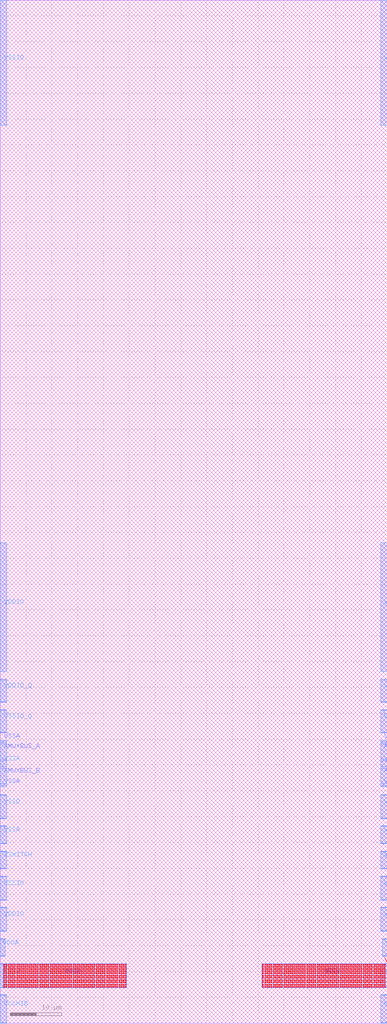
<source format=lef>
# Copyright 2020 The SkyWater PDK Authors
#
# Licensed under the Apache License, Version 2.0 (the "License");
# you may not use this file except in compliance with the License.
# You may obtain a copy of the License at
#
#     https://www.apache.org/licenses/LICENSE-2.0
#
# Unless required by applicable law or agreed to in writing, software
# distributed under the License is distributed on an "AS IS" BASIS,
# WITHOUT WARRANTIES OR CONDITIONS OF ANY KIND, either express or implied.
# See the License for the specific language governing permissions and
# limitations under the License.
#
# SPDX-License-Identifier: Apache-2.0

VERSION 5.5 ;
NAMESCASESENSITIVE ON ;
BUSBITCHARS "[]" ;
DIVIDERCHAR "/" ;
MACRO sky130_fd_io__overlay_vccd_lvc
  CLASS BLOCK ;
  SOURCE USER ;
  ORIGIN  0.000000  0.000000 ;
  SIZE 75 BY 198 ;
  SYMMETRY X Y R90 ;
  PIN AMUXBUS_A
    DIRECTION INOUT ;
    USE SIGNAL ;
    PORT
      LAYER met4 ;
        RECT 0.000000 51.125000 1.270000 54.105000 ;
    END
    PORT
      LAYER met4 ;
        RECT 73.730000 51.125000 75.000000 54.105000 ;
    END
  END AMUXBUS_A
  PIN AMUXBUS_B
    DIRECTION INOUT ;
    USE SIGNAL ;
    PORT
      LAYER met4 ;
        RECT 0.000000 46.365000 1.270000 49.345000 ;
    END
    PORT
      LAYER met4 ;
        RECT 73.730000 46.365000 75.000000 49.345000 ;
    END
  END AMUXBUS_B
  PIN VCCD
    DIRECTION INOUT ;
    USE POWER ;
    PORT
      LAYER met3 ;
        RECT 0.600000 6.890000 24.500000 11.530000 ;
    END
    PORT
      LAYER met3 ;
        RECT 50.755000 6.890000 74.655000 11.530000 ;
    END
    PORT
      LAYER met4 ;
        RECT 0.000000 6.885000 24.475000 11.535000 ;
    END
    PORT
      LAYER met4 ;
        RECT 50.780000 6.885000 75.000000 11.535000 ;
    END
    PORT
      LAYER met5 ;
        RECT 0.000000 6.985000 1.270000 11.435000 ;
    END
    PORT
      LAYER met5 ;
        RECT 73.730000 6.985000 75.000000 11.435000 ;
    END
    PORT
      LAYER via3 ;
        RECT  0.690000  6.960000  0.890000  7.160000 ;
        RECT  0.690000  7.390000  0.890000  7.590000 ;
        RECT  0.690000  7.820000  0.890000  8.020000 ;
        RECT  0.690000  8.250000  0.890000  8.450000 ;
        RECT  0.690000  8.680000  0.890000  8.880000 ;
        RECT  0.690000  9.110000  0.890000  9.310000 ;
        RECT  0.690000  9.540000  0.890000  9.740000 ;
        RECT  0.690000  9.970000  0.890000 10.170000 ;
        RECT  0.690000 10.400000  0.890000 10.600000 ;
        RECT  0.690000 10.830000  0.890000 11.030000 ;
        RECT  0.690000 11.260000  0.890000 11.460000 ;
        RECT  1.100000  6.960000  1.300000  7.160000 ;
        RECT  1.100000  7.390000  1.300000  7.590000 ;
        RECT  1.100000  7.820000  1.300000  8.020000 ;
        RECT  1.100000  8.250000  1.300000  8.450000 ;
        RECT  1.100000  8.680000  1.300000  8.880000 ;
        RECT  1.100000  9.110000  1.300000  9.310000 ;
        RECT  1.100000  9.540000  1.300000  9.740000 ;
        RECT  1.100000  9.970000  1.300000 10.170000 ;
        RECT  1.100000 10.400000  1.300000 10.600000 ;
        RECT  1.100000 10.830000  1.300000 11.030000 ;
        RECT  1.100000 11.260000  1.300000 11.460000 ;
        RECT  1.510000  6.960000  1.710000  7.160000 ;
        RECT  1.510000  7.390000  1.710000  7.590000 ;
        RECT  1.510000  7.820000  1.710000  8.020000 ;
        RECT  1.510000  8.250000  1.710000  8.450000 ;
        RECT  1.510000  8.680000  1.710000  8.880000 ;
        RECT  1.510000  9.110000  1.710000  9.310000 ;
        RECT  1.510000  9.540000  1.710000  9.740000 ;
        RECT  1.510000  9.970000  1.710000 10.170000 ;
        RECT  1.510000 10.400000  1.710000 10.600000 ;
        RECT  1.510000 10.830000  1.710000 11.030000 ;
        RECT  1.510000 11.260000  1.710000 11.460000 ;
        RECT  1.920000  6.960000  2.120000  7.160000 ;
        RECT  1.920000  7.390000  2.120000  7.590000 ;
        RECT  1.920000  7.820000  2.120000  8.020000 ;
        RECT  1.920000  8.250000  2.120000  8.450000 ;
        RECT  1.920000  8.680000  2.120000  8.880000 ;
        RECT  1.920000  9.110000  2.120000  9.310000 ;
        RECT  1.920000  9.540000  2.120000  9.740000 ;
        RECT  1.920000  9.970000  2.120000 10.170000 ;
        RECT  1.920000 10.400000  2.120000 10.600000 ;
        RECT  1.920000 10.830000  2.120000 11.030000 ;
        RECT  1.920000 11.260000  2.120000 11.460000 ;
        RECT  2.330000  6.960000  2.530000  7.160000 ;
        RECT  2.330000  7.390000  2.530000  7.590000 ;
        RECT  2.330000  7.820000  2.530000  8.020000 ;
        RECT  2.330000  8.250000  2.530000  8.450000 ;
        RECT  2.330000  8.680000  2.530000  8.880000 ;
        RECT  2.330000  9.110000  2.530000  9.310000 ;
        RECT  2.330000  9.540000  2.530000  9.740000 ;
        RECT  2.330000  9.970000  2.530000 10.170000 ;
        RECT  2.330000 10.400000  2.530000 10.600000 ;
        RECT  2.330000 10.830000  2.530000 11.030000 ;
        RECT  2.330000 11.260000  2.530000 11.460000 ;
        RECT  2.740000  6.960000  2.940000  7.160000 ;
        RECT  2.740000  7.390000  2.940000  7.590000 ;
        RECT  2.740000  7.820000  2.940000  8.020000 ;
        RECT  2.740000  8.250000  2.940000  8.450000 ;
        RECT  2.740000  8.680000  2.940000  8.880000 ;
        RECT  2.740000  9.110000  2.940000  9.310000 ;
        RECT  2.740000  9.540000  2.940000  9.740000 ;
        RECT  2.740000  9.970000  2.940000 10.170000 ;
        RECT  2.740000 10.400000  2.940000 10.600000 ;
        RECT  2.740000 10.830000  2.940000 11.030000 ;
        RECT  2.740000 11.260000  2.940000 11.460000 ;
        RECT  3.150000  6.960000  3.350000  7.160000 ;
        RECT  3.150000  7.390000  3.350000  7.590000 ;
        RECT  3.150000  7.820000  3.350000  8.020000 ;
        RECT  3.150000  8.250000  3.350000  8.450000 ;
        RECT  3.150000  8.680000  3.350000  8.880000 ;
        RECT  3.150000  9.110000  3.350000  9.310000 ;
        RECT  3.150000  9.540000  3.350000  9.740000 ;
        RECT  3.150000  9.970000  3.350000 10.170000 ;
        RECT  3.150000 10.400000  3.350000 10.600000 ;
        RECT  3.150000 10.830000  3.350000 11.030000 ;
        RECT  3.150000 11.260000  3.350000 11.460000 ;
        RECT  3.555000  6.960000  3.755000  7.160000 ;
        RECT  3.555000  7.390000  3.755000  7.590000 ;
        RECT  3.555000  7.820000  3.755000  8.020000 ;
        RECT  3.555000  8.250000  3.755000  8.450000 ;
        RECT  3.555000  8.680000  3.755000  8.880000 ;
        RECT  3.555000  9.110000  3.755000  9.310000 ;
        RECT  3.555000  9.540000  3.755000  9.740000 ;
        RECT  3.555000  9.970000  3.755000 10.170000 ;
        RECT  3.555000 10.400000  3.755000 10.600000 ;
        RECT  3.555000 10.830000  3.755000 11.030000 ;
        RECT  3.555000 11.260000  3.755000 11.460000 ;
        RECT  3.960000  6.960000  4.160000  7.160000 ;
        RECT  3.960000  7.390000  4.160000  7.590000 ;
        RECT  3.960000  7.820000  4.160000  8.020000 ;
        RECT  3.960000  8.250000  4.160000  8.450000 ;
        RECT  3.960000  8.680000  4.160000  8.880000 ;
        RECT  3.960000  9.110000  4.160000  9.310000 ;
        RECT  3.960000  9.540000  4.160000  9.740000 ;
        RECT  3.960000  9.970000  4.160000 10.170000 ;
        RECT  3.960000 10.400000  4.160000 10.600000 ;
        RECT  3.960000 10.830000  4.160000 11.030000 ;
        RECT  3.960000 11.260000  4.160000 11.460000 ;
        RECT  4.365000  6.960000  4.565000  7.160000 ;
        RECT  4.365000  7.390000  4.565000  7.590000 ;
        RECT  4.365000  7.820000  4.565000  8.020000 ;
        RECT  4.365000  8.250000  4.565000  8.450000 ;
        RECT  4.365000  8.680000  4.565000  8.880000 ;
        RECT  4.365000  9.110000  4.565000  9.310000 ;
        RECT  4.365000  9.540000  4.565000  9.740000 ;
        RECT  4.365000  9.970000  4.565000 10.170000 ;
        RECT  4.365000 10.400000  4.565000 10.600000 ;
        RECT  4.365000 10.830000  4.565000 11.030000 ;
        RECT  4.365000 11.260000  4.565000 11.460000 ;
        RECT  4.770000  6.960000  4.970000  7.160000 ;
        RECT  4.770000  7.390000  4.970000  7.590000 ;
        RECT  4.770000  7.820000  4.970000  8.020000 ;
        RECT  4.770000  8.250000  4.970000  8.450000 ;
        RECT  4.770000  8.680000  4.970000  8.880000 ;
        RECT  4.770000  9.110000  4.970000  9.310000 ;
        RECT  4.770000  9.540000  4.970000  9.740000 ;
        RECT  4.770000  9.970000  4.970000 10.170000 ;
        RECT  4.770000 10.400000  4.970000 10.600000 ;
        RECT  4.770000 10.830000  4.970000 11.030000 ;
        RECT  4.770000 11.260000  4.970000 11.460000 ;
        RECT  5.175000  6.960000  5.375000  7.160000 ;
        RECT  5.175000  7.390000  5.375000  7.590000 ;
        RECT  5.175000  7.820000  5.375000  8.020000 ;
        RECT  5.175000  8.250000  5.375000  8.450000 ;
        RECT  5.175000  8.680000  5.375000  8.880000 ;
        RECT  5.175000  9.110000  5.375000  9.310000 ;
        RECT  5.175000  9.540000  5.375000  9.740000 ;
        RECT  5.175000  9.970000  5.375000 10.170000 ;
        RECT  5.175000 10.400000  5.375000 10.600000 ;
        RECT  5.175000 10.830000  5.375000 11.030000 ;
        RECT  5.175000 11.260000  5.375000 11.460000 ;
        RECT  5.580000  6.960000  5.780000  7.160000 ;
        RECT  5.580000  7.390000  5.780000  7.590000 ;
        RECT  5.580000  7.820000  5.780000  8.020000 ;
        RECT  5.580000  8.250000  5.780000  8.450000 ;
        RECT  5.580000  8.680000  5.780000  8.880000 ;
        RECT  5.580000  9.110000  5.780000  9.310000 ;
        RECT  5.580000  9.540000  5.780000  9.740000 ;
        RECT  5.580000  9.970000  5.780000 10.170000 ;
        RECT  5.580000 10.400000  5.780000 10.600000 ;
        RECT  5.580000 10.830000  5.780000 11.030000 ;
        RECT  5.580000 11.260000  5.780000 11.460000 ;
        RECT  5.985000  6.960000  6.185000  7.160000 ;
        RECT  5.985000  7.390000  6.185000  7.590000 ;
        RECT  5.985000  7.820000  6.185000  8.020000 ;
        RECT  5.985000  8.250000  6.185000  8.450000 ;
        RECT  5.985000  8.680000  6.185000  8.880000 ;
        RECT  5.985000  9.110000  6.185000  9.310000 ;
        RECT  5.985000  9.540000  6.185000  9.740000 ;
        RECT  5.985000  9.970000  6.185000 10.170000 ;
        RECT  5.985000 10.400000  6.185000 10.600000 ;
        RECT  5.985000 10.830000  6.185000 11.030000 ;
        RECT  5.985000 11.260000  6.185000 11.460000 ;
        RECT  6.390000  6.960000  6.590000  7.160000 ;
        RECT  6.390000  7.390000  6.590000  7.590000 ;
        RECT  6.390000  7.820000  6.590000  8.020000 ;
        RECT  6.390000  8.250000  6.590000  8.450000 ;
        RECT  6.390000  8.680000  6.590000  8.880000 ;
        RECT  6.390000  9.110000  6.590000  9.310000 ;
        RECT  6.390000  9.540000  6.590000  9.740000 ;
        RECT  6.390000  9.970000  6.590000 10.170000 ;
        RECT  6.390000 10.400000  6.590000 10.600000 ;
        RECT  6.390000 10.830000  6.590000 11.030000 ;
        RECT  6.390000 11.260000  6.590000 11.460000 ;
        RECT  6.795000  6.960000  6.995000  7.160000 ;
        RECT  6.795000  7.390000  6.995000  7.590000 ;
        RECT  6.795000  7.820000  6.995000  8.020000 ;
        RECT  6.795000  8.250000  6.995000  8.450000 ;
        RECT  6.795000  8.680000  6.995000  8.880000 ;
        RECT  6.795000  9.110000  6.995000  9.310000 ;
        RECT  6.795000  9.540000  6.995000  9.740000 ;
        RECT  6.795000  9.970000  6.995000 10.170000 ;
        RECT  6.795000 10.400000  6.995000 10.600000 ;
        RECT  6.795000 10.830000  6.995000 11.030000 ;
        RECT  6.795000 11.260000  6.995000 11.460000 ;
        RECT  7.200000  6.960000  7.400000  7.160000 ;
        RECT  7.200000  7.390000  7.400000  7.590000 ;
        RECT  7.200000  7.820000  7.400000  8.020000 ;
        RECT  7.200000  8.250000  7.400000  8.450000 ;
        RECT  7.200000  8.680000  7.400000  8.880000 ;
        RECT  7.200000  9.110000  7.400000  9.310000 ;
        RECT  7.200000  9.540000  7.400000  9.740000 ;
        RECT  7.200000  9.970000  7.400000 10.170000 ;
        RECT  7.200000 10.400000  7.400000 10.600000 ;
        RECT  7.200000 10.830000  7.400000 11.030000 ;
        RECT  7.200000 11.260000  7.400000 11.460000 ;
        RECT  7.605000  6.960000  7.805000  7.160000 ;
        RECT  7.605000  7.390000  7.805000  7.590000 ;
        RECT  7.605000  7.820000  7.805000  8.020000 ;
        RECT  7.605000  8.250000  7.805000  8.450000 ;
        RECT  7.605000  8.680000  7.805000  8.880000 ;
        RECT  7.605000  9.110000  7.805000  9.310000 ;
        RECT  7.605000  9.540000  7.805000  9.740000 ;
        RECT  7.605000  9.970000  7.805000 10.170000 ;
        RECT  7.605000 10.400000  7.805000 10.600000 ;
        RECT  7.605000 10.830000  7.805000 11.030000 ;
        RECT  7.605000 11.260000  7.805000 11.460000 ;
        RECT  8.010000  6.960000  8.210000  7.160000 ;
        RECT  8.010000  7.390000  8.210000  7.590000 ;
        RECT  8.010000  7.820000  8.210000  8.020000 ;
        RECT  8.010000  8.250000  8.210000  8.450000 ;
        RECT  8.010000  8.680000  8.210000  8.880000 ;
        RECT  8.010000  9.110000  8.210000  9.310000 ;
        RECT  8.010000  9.540000  8.210000  9.740000 ;
        RECT  8.010000  9.970000  8.210000 10.170000 ;
        RECT  8.010000 10.400000  8.210000 10.600000 ;
        RECT  8.010000 10.830000  8.210000 11.030000 ;
        RECT  8.010000 11.260000  8.210000 11.460000 ;
        RECT  8.415000  6.960000  8.615000  7.160000 ;
        RECT  8.415000  7.390000  8.615000  7.590000 ;
        RECT  8.415000  7.820000  8.615000  8.020000 ;
        RECT  8.415000  8.250000  8.615000  8.450000 ;
        RECT  8.415000  8.680000  8.615000  8.880000 ;
        RECT  8.415000  9.110000  8.615000  9.310000 ;
        RECT  8.415000  9.540000  8.615000  9.740000 ;
        RECT  8.415000  9.970000  8.615000 10.170000 ;
        RECT  8.415000 10.400000  8.615000 10.600000 ;
        RECT  8.415000 10.830000  8.615000 11.030000 ;
        RECT  8.415000 11.260000  8.615000 11.460000 ;
        RECT  8.820000  6.960000  9.020000  7.160000 ;
        RECT  8.820000  7.390000  9.020000  7.590000 ;
        RECT  8.820000  7.820000  9.020000  8.020000 ;
        RECT  8.820000  8.250000  9.020000  8.450000 ;
        RECT  8.820000  8.680000  9.020000  8.880000 ;
        RECT  8.820000  9.110000  9.020000  9.310000 ;
        RECT  8.820000  9.540000  9.020000  9.740000 ;
        RECT  8.820000  9.970000  9.020000 10.170000 ;
        RECT  8.820000 10.400000  9.020000 10.600000 ;
        RECT  8.820000 10.830000  9.020000 11.030000 ;
        RECT  8.820000 11.260000  9.020000 11.460000 ;
        RECT  9.225000  6.960000  9.425000  7.160000 ;
        RECT  9.225000  7.390000  9.425000  7.590000 ;
        RECT  9.225000  7.820000  9.425000  8.020000 ;
        RECT  9.225000  8.250000  9.425000  8.450000 ;
        RECT  9.225000  8.680000  9.425000  8.880000 ;
        RECT  9.225000  9.110000  9.425000  9.310000 ;
        RECT  9.225000  9.540000  9.425000  9.740000 ;
        RECT  9.225000  9.970000  9.425000 10.170000 ;
        RECT  9.225000 10.400000  9.425000 10.600000 ;
        RECT  9.225000 10.830000  9.425000 11.030000 ;
        RECT  9.225000 11.260000  9.425000 11.460000 ;
        RECT  9.630000  6.960000  9.830000  7.160000 ;
        RECT  9.630000  7.390000  9.830000  7.590000 ;
        RECT  9.630000  7.820000  9.830000  8.020000 ;
        RECT  9.630000  8.250000  9.830000  8.450000 ;
        RECT  9.630000  8.680000  9.830000  8.880000 ;
        RECT  9.630000  9.110000  9.830000  9.310000 ;
        RECT  9.630000  9.540000  9.830000  9.740000 ;
        RECT  9.630000  9.970000  9.830000 10.170000 ;
        RECT  9.630000 10.400000  9.830000 10.600000 ;
        RECT  9.630000 10.830000  9.830000 11.030000 ;
        RECT  9.630000 11.260000  9.830000 11.460000 ;
        RECT 10.035000  6.960000 10.235000  7.160000 ;
        RECT 10.035000  7.390000 10.235000  7.590000 ;
        RECT 10.035000  7.820000 10.235000  8.020000 ;
        RECT 10.035000  8.250000 10.235000  8.450000 ;
        RECT 10.035000  8.680000 10.235000  8.880000 ;
        RECT 10.035000  9.110000 10.235000  9.310000 ;
        RECT 10.035000  9.540000 10.235000  9.740000 ;
        RECT 10.035000  9.970000 10.235000 10.170000 ;
        RECT 10.035000 10.400000 10.235000 10.600000 ;
        RECT 10.035000 10.830000 10.235000 11.030000 ;
        RECT 10.035000 11.260000 10.235000 11.460000 ;
        RECT 10.440000  6.960000 10.640000  7.160000 ;
        RECT 10.440000  7.390000 10.640000  7.590000 ;
        RECT 10.440000  7.820000 10.640000  8.020000 ;
        RECT 10.440000  8.250000 10.640000  8.450000 ;
        RECT 10.440000  8.680000 10.640000  8.880000 ;
        RECT 10.440000  9.110000 10.640000  9.310000 ;
        RECT 10.440000  9.540000 10.640000  9.740000 ;
        RECT 10.440000  9.970000 10.640000 10.170000 ;
        RECT 10.440000 10.400000 10.640000 10.600000 ;
        RECT 10.440000 10.830000 10.640000 11.030000 ;
        RECT 10.440000 11.260000 10.640000 11.460000 ;
        RECT 10.845000  6.960000 11.045000  7.160000 ;
        RECT 10.845000  7.390000 11.045000  7.590000 ;
        RECT 10.845000  7.820000 11.045000  8.020000 ;
        RECT 10.845000  8.250000 11.045000  8.450000 ;
        RECT 10.845000  8.680000 11.045000  8.880000 ;
        RECT 10.845000  9.110000 11.045000  9.310000 ;
        RECT 10.845000  9.540000 11.045000  9.740000 ;
        RECT 10.845000  9.970000 11.045000 10.170000 ;
        RECT 10.845000 10.400000 11.045000 10.600000 ;
        RECT 10.845000 10.830000 11.045000 11.030000 ;
        RECT 10.845000 11.260000 11.045000 11.460000 ;
        RECT 11.250000  6.960000 11.450000  7.160000 ;
        RECT 11.250000  7.390000 11.450000  7.590000 ;
        RECT 11.250000  7.820000 11.450000  8.020000 ;
        RECT 11.250000  8.250000 11.450000  8.450000 ;
        RECT 11.250000  8.680000 11.450000  8.880000 ;
        RECT 11.250000  9.110000 11.450000  9.310000 ;
        RECT 11.250000  9.540000 11.450000  9.740000 ;
        RECT 11.250000  9.970000 11.450000 10.170000 ;
        RECT 11.250000 10.400000 11.450000 10.600000 ;
        RECT 11.250000 10.830000 11.450000 11.030000 ;
        RECT 11.250000 11.260000 11.450000 11.460000 ;
        RECT 11.655000  6.960000 11.855000  7.160000 ;
        RECT 11.655000  7.390000 11.855000  7.590000 ;
        RECT 11.655000  7.820000 11.855000  8.020000 ;
        RECT 11.655000  8.250000 11.855000  8.450000 ;
        RECT 11.655000  8.680000 11.855000  8.880000 ;
        RECT 11.655000  9.110000 11.855000  9.310000 ;
        RECT 11.655000  9.540000 11.855000  9.740000 ;
        RECT 11.655000  9.970000 11.855000 10.170000 ;
        RECT 11.655000 10.400000 11.855000 10.600000 ;
        RECT 11.655000 10.830000 11.855000 11.030000 ;
        RECT 11.655000 11.260000 11.855000 11.460000 ;
        RECT 12.060000  6.960000 12.260000  7.160000 ;
        RECT 12.060000  7.390000 12.260000  7.590000 ;
        RECT 12.060000  7.820000 12.260000  8.020000 ;
        RECT 12.060000  8.250000 12.260000  8.450000 ;
        RECT 12.060000  8.680000 12.260000  8.880000 ;
        RECT 12.060000  9.110000 12.260000  9.310000 ;
        RECT 12.060000  9.540000 12.260000  9.740000 ;
        RECT 12.060000  9.970000 12.260000 10.170000 ;
        RECT 12.060000 10.400000 12.260000 10.600000 ;
        RECT 12.060000 10.830000 12.260000 11.030000 ;
        RECT 12.060000 11.260000 12.260000 11.460000 ;
        RECT 12.465000  6.960000 12.665000  7.160000 ;
        RECT 12.465000  7.390000 12.665000  7.590000 ;
        RECT 12.465000  7.820000 12.665000  8.020000 ;
        RECT 12.465000  8.250000 12.665000  8.450000 ;
        RECT 12.465000  8.680000 12.665000  8.880000 ;
        RECT 12.465000  9.110000 12.665000  9.310000 ;
        RECT 12.465000  9.540000 12.665000  9.740000 ;
        RECT 12.465000  9.970000 12.665000 10.170000 ;
        RECT 12.465000 10.400000 12.665000 10.600000 ;
        RECT 12.465000 10.830000 12.665000 11.030000 ;
        RECT 12.465000 11.260000 12.665000 11.460000 ;
        RECT 12.870000  6.960000 13.070000  7.160000 ;
        RECT 12.870000  7.390000 13.070000  7.590000 ;
        RECT 12.870000  7.820000 13.070000  8.020000 ;
        RECT 12.870000  8.250000 13.070000  8.450000 ;
        RECT 12.870000  8.680000 13.070000  8.880000 ;
        RECT 12.870000  9.110000 13.070000  9.310000 ;
        RECT 12.870000  9.540000 13.070000  9.740000 ;
        RECT 12.870000  9.970000 13.070000 10.170000 ;
        RECT 12.870000 10.400000 13.070000 10.600000 ;
        RECT 12.870000 10.830000 13.070000 11.030000 ;
        RECT 12.870000 11.260000 13.070000 11.460000 ;
        RECT 13.275000  6.960000 13.475000  7.160000 ;
        RECT 13.275000  7.390000 13.475000  7.590000 ;
        RECT 13.275000  7.820000 13.475000  8.020000 ;
        RECT 13.275000  8.250000 13.475000  8.450000 ;
        RECT 13.275000  8.680000 13.475000  8.880000 ;
        RECT 13.275000  9.110000 13.475000  9.310000 ;
        RECT 13.275000  9.540000 13.475000  9.740000 ;
        RECT 13.275000  9.970000 13.475000 10.170000 ;
        RECT 13.275000 10.400000 13.475000 10.600000 ;
        RECT 13.275000 10.830000 13.475000 11.030000 ;
        RECT 13.275000 11.260000 13.475000 11.460000 ;
        RECT 13.680000  6.960000 13.880000  7.160000 ;
        RECT 13.680000  7.390000 13.880000  7.590000 ;
        RECT 13.680000  7.820000 13.880000  8.020000 ;
        RECT 13.680000  8.250000 13.880000  8.450000 ;
        RECT 13.680000  8.680000 13.880000  8.880000 ;
        RECT 13.680000  9.110000 13.880000  9.310000 ;
        RECT 13.680000  9.540000 13.880000  9.740000 ;
        RECT 13.680000  9.970000 13.880000 10.170000 ;
        RECT 13.680000 10.400000 13.880000 10.600000 ;
        RECT 13.680000 10.830000 13.880000 11.030000 ;
        RECT 13.680000 11.260000 13.880000 11.460000 ;
        RECT 14.085000  6.960000 14.285000  7.160000 ;
        RECT 14.085000  7.390000 14.285000  7.590000 ;
        RECT 14.085000  7.820000 14.285000  8.020000 ;
        RECT 14.085000  8.250000 14.285000  8.450000 ;
        RECT 14.085000  8.680000 14.285000  8.880000 ;
        RECT 14.085000  9.110000 14.285000  9.310000 ;
        RECT 14.085000  9.540000 14.285000  9.740000 ;
        RECT 14.085000  9.970000 14.285000 10.170000 ;
        RECT 14.085000 10.400000 14.285000 10.600000 ;
        RECT 14.085000 10.830000 14.285000 11.030000 ;
        RECT 14.085000 11.260000 14.285000 11.460000 ;
        RECT 14.490000  6.960000 14.690000  7.160000 ;
        RECT 14.490000  7.390000 14.690000  7.590000 ;
        RECT 14.490000  7.820000 14.690000  8.020000 ;
        RECT 14.490000  8.250000 14.690000  8.450000 ;
        RECT 14.490000  8.680000 14.690000  8.880000 ;
        RECT 14.490000  9.110000 14.690000  9.310000 ;
        RECT 14.490000  9.540000 14.690000  9.740000 ;
        RECT 14.490000  9.970000 14.690000 10.170000 ;
        RECT 14.490000 10.400000 14.690000 10.600000 ;
        RECT 14.490000 10.830000 14.690000 11.030000 ;
        RECT 14.490000 11.260000 14.690000 11.460000 ;
        RECT 14.895000  6.960000 15.095000  7.160000 ;
        RECT 14.895000  7.390000 15.095000  7.590000 ;
        RECT 14.895000  7.820000 15.095000  8.020000 ;
        RECT 14.895000  8.250000 15.095000  8.450000 ;
        RECT 14.895000  8.680000 15.095000  8.880000 ;
        RECT 14.895000  9.110000 15.095000  9.310000 ;
        RECT 14.895000  9.540000 15.095000  9.740000 ;
        RECT 14.895000  9.970000 15.095000 10.170000 ;
        RECT 14.895000 10.400000 15.095000 10.600000 ;
        RECT 14.895000 10.830000 15.095000 11.030000 ;
        RECT 14.895000 11.260000 15.095000 11.460000 ;
        RECT 15.300000  6.960000 15.500000  7.160000 ;
        RECT 15.300000  7.390000 15.500000  7.590000 ;
        RECT 15.300000  7.820000 15.500000  8.020000 ;
        RECT 15.300000  8.250000 15.500000  8.450000 ;
        RECT 15.300000  8.680000 15.500000  8.880000 ;
        RECT 15.300000  9.110000 15.500000  9.310000 ;
        RECT 15.300000  9.540000 15.500000  9.740000 ;
        RECT 15.300000  9.970000 15.500000 10.170000 ;
        RECT 15.300000 10.400000 15.500000 10.600000 ;
        RECT 15.300000 10.830000 15.500000 11.030000 ;
        RECT 15.300000 11.260000 15.500000 11.460000 ;
        RECT 15.705000  6.960000 15.905000  7.160000 ;
        RECT 15.705000  7.390000 15.905000  7.590000 ;
        RECT 15.705000  7.820000 15.905000  8.020000 ;
        RECT 15.705000  8.250000 15.905000  8.450000 ;
        RECT 15.705000  8.680000 15.905000  8.880000 ;
        RECT 15.705000  9.110000 15.905000  9.310000 ;
        RECT 15.705000  9.540000 15.905000  9.740000 ;
        RECT 15.705000  9.970000 15.905000 10.170000 ;
        RECT 15.705000 10.400000 15.905000 10.600000 ;
        RECT 15.705000 10.830000 15.905000 11.030000 ;
        RECT 15.705000 11.260000 15.905000 11.460000 ;
        RECT 16.110000  6.960000 16.310000  7.160000 ;
        RECT 16.110000  7.390000 16.310000  7.590000 ;
        RECT 16.110000  7.820000 16.310000  8.020000 ;
        RECT 16.110000  8.250000 16.310000  8.450000 ;
        RECT 16.110000  8.680000 16.310000  8.880000 ;
        RECT 16.110000  9.110000 16.310000  9.310000 ;
        RECT 16.110000  9.540000 16.310000  9.740000 ;
        RECT 16.110000  9.970000 16.310000 10.170000 ;
        RECT 16.110000 10.400000 16.310000 10.600000 ;
        RECT 16.110000 10.830000 16.310000 11.030000 ;
        RECT 16.110000 11.260000 16.310000 11.460000 ;
        RECT 16.515000  6.960000 16.715000  7.160000 ;
        RECT 16.515000  7.390000 16.715000  7.590000 ;
        RECT 16.515000  7.820000 16.715000  8.020000 ;
        RECT 16.515000  8.250000 16.715000  8.450000 ;
        RECT 16.515000  8.680000 16.715000  8.880000 ;
        RECT 16.515000  9.110000 16.715000  9.310000 ;
        RECT 16.515000  9.540000 16.715000  9.740000 ;
        RECT 16.515000  9.970000 16.715000 10.170000 ;
        RECT 16.515000 10.400000 16.715000 10.600000 ;
        RECT 16.515000 10.830000 16.715000 11.030000 ;
        RECT 16.515000 11.260000 16.715000 11.460000 ;
        RECT 16.920000  6.960000 17.120000  7.160000 ;
        RECT 16.920000  7.390000 17.120000  7.590000 ;
        RECT 16.920000  7.820000 17.120000  8.020000 ;
        RECT 16.920000  8.250000 17.120000  8.450000 ;
        RECT 16.920000  8.680000 17.120000  8.880000 ;
        RECT 16.920000  9.110000 17.120000  9.310000 ;
        RECT 16.920000  9.540000 17.120000  9.740000 ;
        RECT 16.920000  9.970000 17.120000 10.170000 ;
        RECT 16.920000 10.400000 17.120000 10.600000 ;
        RECT 16.920000 10.830000 17.120000 11.030000 ;
        RECT 16.920000 11.260000 17.120000 11.460000 ;
        RECT 17.325000  6.960000 17.525000  7.160000 ;
        RECT 17.325000  7.390000 17.525000  7.590000 ;
        RECT 17.325000  7.820000 17.525000  8.020000 ;
        RECT 17.325000  8.250000 17.525000  8.450000 ;
        RECT 17.325000  8.680000 17.525000  8.880000 ;
        RECT 17.325000  9.110000 17.525000  9.310000 ;
        RECT 17.325000  9.540000 17.525000  9.740000 ;
        RECT 17.325000  9.970000 17.525000 10.170000 ;
        RECT 17.325000 10.400000 17.525000 10.600000 ;
        RECT 17.325000 10.830000 17.525000 11.030000 ;
        RECT 17.325000 11.260000 17.525000 11.460000 ;
        RECT 17.730000  6.960000 17.930000  7.160000 ;
        RECT 17.730000  7.390000 17.930000  7.590000 ;
        RECT 17.730000  7.820000 17.930000  8.020000 ;
        RECT 17.730000  8.250000 17.930000  8.450000 ;
        RECT 17.730000  8.680000 17.930000  8.880000 ;
        RECT 17.730000  9.110000 17.930000  9.310000 ;
        RECT 17.730000  9.540000 17.930000  9.740000 ;
        RECT 17.730000  9.970000 17.930000 10.170000 ;
        RECT 17.730000 10.400000 17.930000 10.600000 ;
        RECT 17.730000 10.830000 17.930000 11.030000 ;
        RECT 17.730000 11.260000 17.930000 11.460000 ;
        RECT 18.135000  6.960000 18.335000  7.160000 ;
        RECT 18.135000  7.390000 18.335000  7.590000 ;
        RECT 18.135000  7.820000 18.335000  8.020000 ;
        RECT 18.135000  8.250000 18.335000  8.450000 ;
        RECT 18.135000  8.680000 18.335000  8.880000 ;
        RECT 18.135000  9.110000 18.335000  9.310000 ;
        RECT 18.135000  9.540000 18.335000  9.740000 ;
        RECT 18.135000  9.970000 18.335000 10.170000 ;
        RECT 18.135000 10.400000 18.335000 10.600000 ;
        RECT 18.135000 10.830000 18.335000 11.030000 ;
        RECT 18.135000 11.260000 18.335000 11.460000 ;
        RECT 18.540000  6.960000 18.740000  7.160000 ;
        RECT 18.540000  7.390000 18.740000  7.590000 ;
        RECT 18.540000  7.820000 18.740000  8.020000 ;
        RECT 18.540000  8.250000 18.740000  8.450000 ;
        RECT 18.540000  8.680000 18.740000  8.880000 ;
        RECT 18.540000  9.110000 18.740000  9.310000 ;
        RECT 18.540000  9.540000 18.740000  9.740000 ;
        RECT 18.540000  9.970000 18.740000 10.170000 ;
        RECT 18.540000 10.400000 18.740000 10.600000 ;
        RECT 18.540000 10.830000 18.740000 11.030000 ;
        RECT 18.540000 11.260000 18.740000 11.460000 ;
        RECT 18.945000  6.960000 19.145000  7.160000 ;
        RECT 18.945000  7.390000 19.145000  7.590000 ;
        RECT 18.945000  7.820000 19.145000  8.020000 ;
        RECT 18.945000  8.250000 19.145000  8.450000 ;
        RECT 18.945000  8.680000 19.145000  8.880000 ;
        RECT 18.945000  9.110000 19.145000  9.310000 ;
        RECT 18.945000  9.540000 19.145000  9.740000 ;
        RECT 18.945000  9.970000 19.145000 10.170000 ;
        RECT 18.945000 10.400000 19.145000 10.600000 ;
        RECT 18.945000 10.830000 19.145000 11.030000 ;
        RECT 18.945000 11.260000 19.145000 11.460000 ;
        RECT 19.350000  6.960000 19.550000  7.160000 ;
        RECT 19.350000  7.390000 19.550000  7.590000 ;
        RECT 19.350000  7.820000 19.550000  8.020000 ;
        RECT 19.350000  8.250000 19.550000  8.450000 ;
        RECT 19.350000  8.680000 19.550000  8.880000 ;
        RECT 19.350000  9.110000 19.550000  9.310000 ;
        RECT 19.350000  9.540000 19.550000  9.740000 ;
        RECT 19.350000  9.970000 19.550000 10.170000 ;
        RECT 19.350000 10.400000 19.550000 10.600000 ;
        RECT 19.350000 10.830000 19.550000 11.030000 ;
        RECT 19.350000 11.260000 19.550000 11.460000 ;
        RECT 19.755000  6.960000 19.955000  7.160000 ;
        RECT 19.755000  7.390000 19.955000  7.590000 ;
        RECT 19.755000  7.820000 19.955000  8.020000 ;
        RECT 19.755000  8.250000 19.955000  8.450000 ;
        RECT 19.755000  8.680000 19.955000  8.880000 ;
        RECT 19.755000  9.110000 19.955000  9.310000 ;
        RECT 19.755000  9.540000 19.955000  9.740000 ;
        RECT 19.755000  9.970000 19.955000 10.170000 ;
        RECT 19.755000 10.400000 19.955000 10.600000 ;
        RECT 19.755000 10.830000 19.955000 11.030000 ;
        RECT 19.755000 11.260000 19.955000 11.460000 ;
        RECT 20.160000  6.960000 20.360000  7.160000 ;
        RECT 20.160000  7.390000 20.360000  7.590000 ;
        RECT 20.160000  7.820000 20.360000  8.020000 ;
        RECT 20.160000  8.250000 20.360000  8.450000 ;
        RECT 20.160000  8.680000 20.360000  8.880000 ;
        RECT 20.160000  9.110000 20.360000  9.310000 ;
        RECT 20.160000  9.540000 20.360000  9.740000 ;
        RECT 20.160000  9.970000 20.360000 10.170000 ;
        RECT 20.160000 10.400000 20.360000 10.600000 ;
        RECT 20.160000 10.830000 20.360000 11.030000 ;
        RECT 20.160000 11.260000 20.360000 11.460000 ;
        RECT 20.565000  6.960000 20.765000  7.160000 ;
        RECT 20.565000  7.390000 20.765000  7.590000 ;
        RECT 20.565000  7.820000 20.765000  8.020000 ;
        RECT 20.565000  8.250000 20.765000  8.450000 ;
        RECT 20.565000  8.680000 20.765000  8.880000 ;
        RECT 20.565000  9.110000 20.765000  9.310000 ;
        RECT 20.565000  9.540000 20.765000  9.740000 ;
        RECT 20.565000  9.970000 20.765000 10.170000 ;
        RECT 20.565000 10.400000 20.765000 10.600000 ;
        RECT 20.565000 10.830000 20.765000 11.030000 ;
        RECT 20.565000 11.260000 20.765000 11.460000 ;
        RECT 20.970000  6.960000 21.170000  7.160000 ;
        RECT 20.970000  7.390000 21.170000  7.590000 ;
        RECT 20.970000  7.820000 21.170000  8.020000 ;
        RECT 20.970000  8.250000 21.170000  8.450000 ;
        RECT 20.970000  8.680000 21.170000  8.880000 ;
        RECT 20.970000  9.110000 21.170000  9.310000 ;
        RECT 20.970000  9.540000 21.170000  9.740000 ;
        RECT 20.970000  9.970000 21.170000 10.170000 ;
        RECT 20.970000 10.400000 21.170000 10.600000 ;
        RECT 20.970000 10.830000 21.170000 11.030000 ;
        RECT 20.970000 11.260000 21.170000 11.460000 ;
        RECT 21.375000  6.960000 21.575000  7.160000 ;
        RECT 21.375000  7.390000 21.575000  7.590000 ;
        RECT 21.375000  7.820000 21.575000  8.020000 ;
        RECT 21.375000  8.250000 21.575000  8.450000 ;
        RECT 21.375000  8.680000 21.575000  8.880000 ;
        RECT 21.375000  9.110000 21.575000  9.310000 ;
        RECT 21.375000  9.540000 21.575000  9.740000 ;
        RECT 21.375000  9.970000 21.575000 10.170000 ;
        RECT 21.375000 10.400000 21.575000 10.600000 ;
        RECT 21.375000 10.830000 21.575000 11.030000 ;
        RECT 21.375000 11.260000 21.575000 11.460000 ;
        RECT 21.780000  6.960000 21.980000  7.160000 ;
        RECT 21.780000  7.390000 21.980000  7.590000 ;
        RECT 21.780000  7.820000 21.980000  8.020000 ;
        RECT 21.780000  8.250000 21.980000  8.450000 ;
        RECT 21.780000  8.680000 21.980000  8.880000 ;
        RECT 21.780000  9.110000 21.980000  9.310000 ;
        RECT 21.780000  9.540000 21.980000  9.740000 ;
        RECT 21.780000  9.970000 21.980000 10.170000 ;
        RECT 21.780000 10.400000 21.980000 10.600000 ;
        RECT 21.780000 10.830000 21.980000 11.030000 ;
        RECT 21.780000 11.260000 21.980000 11.460000 ;
        RECT 22.185000  6.960000 22.385000  7.160000 ;
        RECT 22.185000  7.390000 22.385000  7.590000 ;
        RECT 22.185000  7.820000 22.385000  8.020000 ;
        RECT 22.185000  8.250000 22.385000  8.450000 ;
        RECT 22.185000  8.680000 22.385000  8.880000 ;
        RECT 22.185000  9.110000 22.385000  9.310000 ;
        RECT 22.185000  9.540000 22.385000  9.740000 ;
        RECT 22.185000  9.970000 22.385000 10.170000 ;
        RECT 22.185000 10.400000 22.385000 10.600000 ;
        RECT 22.185000 10.830000 22.385000 11.030000 ;
        RECT 22.185000 11.260000 22.385000 11.460000 ;
        RECT 22.590000  6.960000 22.790000  7.160000 ;
        RECT 22.590000  7.390000 22.790000  7.590000 ;
        RECT 22.590000  7.820000 22.790000  8.020000 ;
        RECT 22.590000  8.250000 22.790000  8.450000 ;
        RECT 22.590000  8.680000 22.790000  8.880000 ;
        RECT 22.590000  9.110000 22.790000  9.310000 ;
        RECT 22.590000  9.540000 22.790000  9.740000 ;
        RECT 22.590000  9.970000 22.790000 10.170000 ;
        RECT 22.590000 10.400000 22.790000 10.600000 ;
        RECT 22.590000 10.830000 22.790000 11.030000 ;
        RECT 22.590000 11.260000 22.790000 11.460000 ;
        RECT 22.995000  6.960000 23.195000  7.160000 ;
        RECT 22.995000  7.390000 23.195000  7.590000 ;
        RECT 22.995000  7.820000 23.195000  8.020000 ;
        RECT 22.995000  8.250000 23.195000  8.450000 ;
        RECT 22.995000  8.680000 23.195000  8.880000 ;
        RECT 22.995000  9.110000 23.195000  9.310000 ;
        RECT 22.995000  9.540000 23.195000  9.740000 ;
        RECT 22.995000  9.970000 23.195000 10.170000 ;
        RECT 22.995000 10.400000 23.195000 10.600000 ;
        RECT 22.995000 10.830000 23.195000 11.030000 ;
        RECT 22.995000 11.260000 23.195000 11.460000 ;
        RECT 23.400000  6.960000 23.600000  7.160000 ;
        RECT 23.400000  7.390000 23.600000  7.590000 ;
        RECT 23.400000  7.820000 23.600000  8.020000 ;
        RECT 23.400000  8.250000 23.600000  8.450000 ;
        RECT 23.400000  8.680000 23.600000  8.880000 ;
        RECT 23.400000  9.110000 23.600000  9.310000 ;
        RECT 23.400000  9.540000 23.600000  9.740000 ;
        RECT 23.400000  9.970000 23.600000 10.170000 ;
        RECT 23.400000 10.400000 23.600000 10.600000 ;
        RECT 23.400000 10.830000 23.600000 11.030000 ;
        RECT 23.400000 11.260000 23.600000 11.460000 ;
        RECT 23.805000  6.960000 24.005000  7.160000 ;
        RECT 23.805000  7.390000 24.005000  7.590000 ;
        RECT 23.805000  7.820000 24.005000  8.020000 ;
        RECT 23.805000  8.250000 24.005000  8.450000 ;
        RECT 23.805000  8.680000 24.005000  8.880000 ;
        RECT 23.805000  9.110000 24.005000  9.310000 ;
        RECT 23.805000  9.540000 24.005000  9.740000 ;
        RECT 23.805000  9.970000 24.005000 10.170000 ;
        RECT 23.805000 10.400000 24.005000 10.600000 ;
        RECT 23.805000 10.830000 24.005000 11.030000 ;
        RECT 23.805000 11.260000 24.005000 11.460000 ;
        RECT 24.210000  6.960000 24.410000  7.160000 ;
        RECT 24.210000  7.390000 24.410000  7.590000 ;
        RECT 24.210000  7.820000 24.410000  8.020000 ;
        RECT 24.210000  8.250000 24.410000  8.450000 ;
        RECT 24.210000  8.680000 24.410000  8.880000 ;
        RECT 24.210000  9.110000 24.410000  9.310000 ;
        RECT 24.210000  9.540000 24.410000  9.740000 ;
        RECT 24.210000  9.970000 24.410000 10.170000 ;
        RECT 24.210000 10.400000 24.410000 10.600000 ;
        RECT 24.210000 10.830000 24.410000 11.030000 ;
        RECT 24.210000 11.260000 24.410000 11.460000 ;
        RECT 50.845000  6.960000 51.045000  7.160000 ;
        RECT 50.845000  7.390000 51.045000  7.590000 ;
        RECT 50.845000  7.820000 51.045000  8.020000 ;
        RECT 50.845000  8.250000 51.045000  8.450000 ;
        RECT 50.845000  8.680000 51.045000  8.880000 ;
        RECT 50.845000  9.110000 51.045000  9.310000 ;
        RECT 50.845000  9.540000 51.045000  9.740000 ;
        RECT 50.845000  9.970000 51.045000 10.170000 ;
        RECT 50.845000 10.400000 51.045000 10.600000 ;
        RECT 50.845000 10.830000 51.045000 11.030000 ;
        RECT 50.845000 11.260000 51.045000 11.460000 ;
        RECT 51.255000  6.960000 51.455000  7.160000 ;
        RECT 51.255000  7.390000 51.455000  7.590000 ;
        RECT 51.255000  7.820000 51.455000  8.020000 ;
        RECT 51.255000  8.250000 51.455000  8.450000 ;
        RECT 51.255000  8.680000 51.455000  8.880000 ;
        RECT 51.255000  9.110000 51.455000  9.310000 ;
        RECT 51.255000  9.540000 51.455000  9.740000 ;
        RECT 51.255000  9.970000 51.455000 10.170000 ;
        RECT 51.255000 10.400000 51.455000 10.600000 ;
        RECT 51.255000 10.830000 51.455000 11.030000 ;
        RECT 51.255000 11.260000 51.455000 11.460000 ;
        RECT 51.665000  6.960000 51.865000  7.160000 ;
        RECT 51.665000  7.390000 51.865000  7.590000 ;
        RECT 51.665000  7.820000 51.865000  8.020000 ;
        RECT 51.665000  8.250000 51.865000  8.450000 ;
        RECT 51.665000  8.680000 51.865000  8.880000 ;
        RECT 51.665000  9.110000 51.865000  9.310000 ;
        RECT 51.665000  9.540000 51.865000  9.740000 ;
        RECT 51.665000  9.970000 51.865000 10.170000 ;
        RECT 51.665000 10.400000 51.865000 10.600000 ;
        RECT 51.665000 10.830000 51.865000 11.030000 ;
        RECT 51.665000 11.260000 51.865000 11.460000 ;
        RECT 52.075000  6.960000 52.275000  7.160000 ;
        RECT 52.075000  7.390000 52.275000  7.590000 ;
        RECT 52.075000  7.820000 52.275000  8.020000 ;
        RECT 52.075000  8.250000 52.275000  8.450000 ;
        RECT 52.075000  8.680000 52.275000  8.880000 ;
        RECT 52.075000  9.110000 52.275000  9.310000 ;
        RECT 52.075000  9.540000 52.275000  9.740000 ;
        RECT 52.075000  9.970000 52.275000 10.170000 ;
        RECT 52.075000 10.400000 52.275000 10.600000 ;
        RECT 52.075000 10.830000 52.275000 11.030000 ;
        RECT 52.075000 11.260000 52.275000 11.460000 ;
        RECT 52.485000  6.960000 52.685000  7.160000 ;
        RECT 52.485000  7.390000 52.685000  7.590000 ;
        RECT 52.485000  7.820000 52.685000  8.020000 ;
        RECT 52.485000  8.250000 52.685000  8.450000 ;
        RECT 52.485000  8.680000 52.685000  8.880000 ;
        RECT 52.485000  9.110000 52.685000  9.310000 ;
        RECT 52.485000  9.540000 52.685000  9.740000 ;
        RECT 52.485000  9.970000 52.685000 10.170000 ;
        RECT 52.485000 10.400000 52.685000 10.600000 ;
        RECT 52.485000 10.830000 52.685000 11.030000 ;
        RECT 52.485000 11.260000 52.685000 11.460000 ;
        RECT 52.895000  6.960000 53.095000  7.160000 ;
        RECT 52.895000  7.390000 53.095000  7.590000 ;
        RECT 52.895000  7.820000 53.095000  8.020000 ;
        RECT 52.895000  8.250000 53.095000  8.450000 ;
        RECT 52.895000  8.680000 53.095000  8.880000 ;
        RECT 52.895000  9.110000 53.095000  9.310000 ;
        RECT 52.895000  9.540000 53.095000  9.740000 ;
        RECT 52.895000  9.970000 53.095000 10.170000 ;
        RECT 52.895000 10.400000 53.095000 10.600000 ;
        RECT 52.895000 10.830000 53.095000 11.030000 ;
        RECT 52.895000 11.260000 53.095000 11.460000 ;
        RECT 53.305000  6.960000 53.505000  7.160000 ;
        RECT 53.305000  7.390000 53.505000  7.590000 ;
        RECT 53.305000  7.820000 53.505000  8.020000 ;
        RECT 53.305000  8.250000 53.505000  8.450000 ;
        RECT 53.305000  8.680000 53.505000  8.880000 ;
        RECT 53.305000  9.110000 53.505000  9.310000 ;
        RECT 53.305000  9.540000 53.505000  9.740000 ;
        RECT 53.305000  9.970000 53.505000 10.170000 ;
        RECT 53.305000 10.400000 53.505000 10.600000 ;
        RECT 53.305000 10.830000 53.505000 11.030000 ;
        RECT 53.305000 11.260000 53.505000 11.460000 ;
        RECT 53.710000  6.960000 53.910000  7.160000 ;
        RECT 53.710000  7.390000 53.910000  7.590000 ;
        RECT 53.710000  7.820000 53.910000  8.020000 ;
        RECT 53.710000  8.250000 53.910000  8.450000 ;
        RECT 53.710000  8.680000 53.910000  8.880000 ;
        RECT 53.710000  9.110000 53.910000  9.310000 ;
        RECT 53.710000  9.540000 53.910000  9.740000 ;
        RECT 53.710000  9.970000 53.910000 10.170000 ;
        RECT 53.710000 10.400000 53.910000 10.600000 ;
        RECT 53.710000 10.830000 53.910000 11.030000 ;
        RECT 53.710000 11.260000 53.910000 11.460000 ;
        RECT 54.115000  6.960000 54.315000  7.160000 ;
        RECT 54.115000  7.390000 54.315000  7.590000 ;
        RECT 54.115000  7.820000 54.315000  8.020000 ;
        RECT 54.115000  8.250000 54.315000  8.450000 ;
        RECT 54.115000  8.680000 54.315000  8.880000 ;
        RECT 54.115000  9.110000 54.315000  9.310000 ;
        RECT 54.115000  9.540000 54.315000  9.740000 ;
        RECT 54.115000  9.970000 54.315000 10.170000 ;
        RECT 54.115000 10.400000 54.315000 10.600000 ;
        RECT 54.115000 10.830000 54.315000 11.030000 ;
        RECT 54.115000 11.260000 54.315000 11.460000 ;
        RECT 54.520000  6.960000 54.720000  7.160000 ;
        RECT 54.520000  7.390000 54.720000  7.590000 ;
        RECT 54.520000  7.820000 54.720000  8.020000 ;
        RECT 54.520000  8.250000 54.720000  8.450000 ;
        RECT 54.520000  8.680000 54.720000  8.880000 ;
        RECT 54.520000  9.110000 54.720000  9.310000 ;
        RECT 54.520000  9.540000 54.720000  9.740000 ;
        RECT 54.520000  9.970000 54.720000 10.170000 ;
        RECT 54.520000 10.400000 54.720000 10.600000 ;
        RECT 54.520000 10.830000 54.720000 11.030000 ;
        RECT 54.520000 11.260000 54.720000 11.460000 ;
        RECT 54.925000  6.960000 55.125000  7.160000 ;
        RECT 54.925000  7.390000 55.125000  7.590000 ;
        RECT 54.925000  7.820000 55.125000  8.020000 ;
        RECT 54.925000  8.250000 55.125000  8.450000 ;
        RECT 54.925000  8.680000 55.125000  8.880000 ;
        RECT 54.925000  9.110000 55.125000  9.310000 ;
        RECT 54.925000  9.540000 55.125000  9.740000 ;
        RECT 54.925000  9.970000 55.125000 10.170000 ;
        RECT 54.925000 10.400000 55.125000 10.600000 ;
        RECT 54.925000 10.830000 55.125000 11.030000 ;
        RECT 54.925000 11.260000 55.125000 11.460000 ;
        RECT 55.330000  6.960000 55.530000  7.160000 ;
        RECT 55.330000  7.390000 55.530000  7.590000 ;
        RECT 55.330000  7.820000 55.530000  8.020000 ;
        RECT 55.330000  8.250000 55.530000  8.450000 ;
        RECT 55.330000  8.680000 55.530000  8.880000 ;
        RECT 55.330000  9.110000 55.530000  9.310000 ;
        RECT 55.330000  9.540000 55.530000  9.740000 ;
        RECT 55.330000  9.970000 55.530000 10.170000 ;
        RECT 55.330000 10.400000 55.530000 10.600000 ;
        RECT 55.330000 10.830000 55.530000 11.030000 ;
        RECT 55.330000 11.260000 55.530000 11.460000 ;
        RECT 55.735000  6.960000 55.935000  7.160000 ;
        RECT 55.735000  7.390000 55.935000  7.590000 ;
        RECT 55.735000  7.820000 55.935000  8.020000 ;
        RECT 55.735000  8.250000 55.935000  8.450000 ;
        RECT 55.735000  8.680000 55.935000  8.880000 ;
        RECT 55.735000  9.110000 55.935000  9.310000 ;
        RECT 55.735000  9.540000 55.935000  9.740000 ;
        RECT 55.735000  9.970000 55.935000 10.170000 ;
        RECT 55.735000 10.400000 55.935000 10.600000 ;
        RECT 55.735000 10.830000 55.935000 11.030000 ;
        RECT 55.735000 11.260000 55.935000 11.460000 ;
        RECT 56.140000  6.960000 56.340000  7.160000 ;
        RECT 56.140000  7.390000 56.340000  7.590000 ;
        RECT 56.140000  7.820000 56.340000  8.020000 ;
        RECT 56.140000  8.250000 56.340000  8.450000 ;
        RECT 56.140000  8.680000 56.340000  8.880000 ;
        RECT 56.140000  9.110000 56.340000  9.310000 ;
        RECT 56.140000  9.540000 56.340000  9.740000 ;
        RECT 56.140000  9.970000 56.340000 10.170000 ;
        RECT 56.140000 10.400000 56.340000 10.600000 ;
        RECT 56.140000 10.830000 56.340000 11.030000 ;
        RECT 56.140000 11.260000 56.340000 11.460000 ;
        RECT 56.545000  6.960000 56.745000  7.160000 ;
        RECT 56.545000  7.390000 56.745000  7.590000 ;
        RECT 56.545000  7.820000 56.745000  8.020000 ;
        RECT 56.545000  8.250000 56.745000  8.450000 ;
        RECT 56.545000  8.680000 56.745000  8.880000 ;
        RECT 56.545000  9.110000 56.745000  9.310000 ;
        RECT 56.545000  9.540000 56.745000  9.740000 ;
        RECT 56.545000  9.970000 56.745000 10.170000 ;
        RECT 56.545000 10.400000 56.745000 10.600000 ;
        RECT 56.545000 10.830000 56.745000 11.030000 ;
        RECT 56.545000 11.260000 56.745000 11.460000 ;
        RECT 56.950000  6.960000 57.150000  7.160000 ;
        RECT 56.950000  7.390000 57.150000  7.590000 ;
        RECT 56.950000  7.820000 57.150000  8.020000 ;
        RECT 56.950000  8.250000 57.150000  8.450000 ;
        RECT 56.950000  8.680000 57.150000  8.880000 ;
        RECT 56.950000  9.110000 57.150000  9.310000 ;
        RECT 56.950000  9.540000 57.150000  9.740000 ;
        RECT 56.950000  9.970000 57.150000 10.170000 ;
        RECT 56.950000 10.400000 57.150000 10.600000 ;
        RECT 56.950000 10.830000 57.150000 11.030000 ;
        RECT 56.950000 11.260000 57.150000 11.460000 ;
        RECT 57.355000  6.960000 57.555000  7.160000 ;
        RECT 57.355000  7.390000 57.555000  7.590000 ;
        RECT 57.355000  7.820000 57.555000  8.020000 ;
        RECT 57.355000  8.250000 57.555000  8.450000 ;
        RECT 57.355000  8.680000 57.555000  8.880000 ;
        RECT 57.355000  9.110000 57.555000  9.310000 ;
        RECT 57.355000  9.540000 57.555000  9.740000 ;
        RECT 57.355000  9.970000 57.555000 10.170000 ;
        RECT 57.355000 10.400000 57.555000 10.600000 ;
        RECT 57.355000 10.830000 57.555000 11.030000 ;
        RECT 57.355000 11.260000 57.555000 11.460000 ;
        RECT 57.760000  6.960000 57.960000  7.160000 ;
        RECT 57.760000  7.390000 57.960000  7.590000 ;
        RECT 57.760000  7.820000 57.960000  8.020000 ;
        RECT 57.760000  8.250000 57.960000  8.450000 ;
        RECT 57.760000  8.680000 57.960000  8.880000 ;
        RECT 57.760000  9.110000 57.960000  9.310000 ;
        RECT 57.760000  9.540000 57.960000  9.740000 ;
        RECT 57.760000  9.970000 57.960000 10.170000 ;
        RECT 57.760000 10.400000 57.960000 10.600000 ;
        RECT 57.760000 10.830000 57.960000 11.030000 ;
        RECT 57.760000 11.260000 57.960000 11.460000 ;
        RECT 58.165000  6.960000 58.365000  7.160000 ;
        RECT 58.165000  7.390000 58.365000  7.590000 ;
        RECT 58.165000  7.820000 58.365000  8.020000 ;
        RECT 58.165000  8.250000 58.365000  8.450000 ;
        RECT 58.165000  8.680000 58.365000  8.880000 ;
        RECT 58.165000  9.110000 58.365000  9.310000 ;
        RECT 58.165000  9.540000 58.365000  9.740000 ;
        RECT 58.165000  9.970000 58.365000 10.170000 ;
        RECT 58.165000 10.400000 58.365000 10.600000 ;
        RECT 58.165000 10.830000 58.365000 11.030000 ;
        RECT 58.165000 11.260000 58.365000 11.460000 ;
        RECT 58.570000  6.960000 58.770000  7.160000 ;
        RECT 58.570000  7.390000 58.770000  7.590000 ;
        RECT 58.570000  7.820000 58.770000  8.020000 ;
        RECT 58.570000  8.250000 58.770000  8.450000 ;
        RECT 58.570000  8.680000 58.770000  8.880000 ;
        RECT 58.570000  9.110000 58.770000  9.310000 ;
        RECT 58.570000  9.540000 58.770000  9.740000 ;
        RECT 58.570000  9.970000 58.770000 10.170000 ;
        RECT 58.570000 10.400000 58.770000 10.600000 ;
        RECT 58.570000 10.830000 58.770000 11.030000 ;
        RECT 58.570000 11.260000 58.770000 11.460000 ;
        RECT 58.975000  6.960000 59.175000  7.160000 ;
        RECT 58.975000  7.390000 59.175000  7.590000 ;
        RECT 58.975000  7.820000 59.175000  8.020000 ;
        RECT 58.975000  8.250000 59.175000  8.450000 ;
        RECT 58.975000  8.680000 59.175000  8.880000 ;
        RECT 58.975000  9.110000 59.175000  9.310000 ;
        RECT 58.975000  9.540000 59.175000  9.740000 ;
        RECT 58.975000  9.970000 59.175000 10.170000 ;
        RECT 58.975000 10.400000 59.175000 10.600000 ;
        RECT 58.975000 10.830000 59.175000 11.030000 ;
        RECT 58.975000 11.260000 59.175000 11.460000 ;
        RECT 59.380000  6.960000 59.580000  7.160000 ;
        RECT 59.380000  7.390000 59.580000  7.590000 ;
        RECT 59.380000  7.820000 59.580000  8.020000 ;
        RECT 59.380000  8.250000 59.580000  8.450000 ;
        RECT 59.380000  8.680000 59.580000  8.880000 ;
        RECT 59.380000  9.110000 59.580000  9.310000 ;
        RECT 59.380000  9.540000 59.580000  9.740000 ;
        RECT 59.380000  9.970000 59.580000 10.170000 ;
        RECT 59.380000 10.400000 59.580000 10.600000 ;
        RECT 59.380000 10.830000 59.580000 11.030000 ;
        RECT 59.380000 11.260000 59.580000 11.460000 ;
        RECT 59.785000  6.960000 59.985000  7.160000 ;
        RECT 59.785000  7.390000 59.985000  7.590000 ;
        RECT 59.785000  7.820000 59.985000  8.020000 ;
        RECT 59.785000  8.250000 59.985000  8.450000 ;
        RECT 59.785000  8.680000 59.985000  8.880000 ;
        RECT 59.785000  9.110000 59.985000  9.310000 ;
        RECT 59.785000  9.540000 59.985000  9.740000 ;
        RECT 59.785000  9.970000 59.985000 10.170000 ;
        RECT 59.785000 10.400000 59.985000 10.600000 ;
        RECT 59.785000 10.830000 59.985000 11.030000 ;
        RECT 59.785000 11.260000 59.985000 11.460000 ;
        RECT 60.190000  6.960000 60.390000  7.160000 ;
        RECT 60.190000  7.390000 60.390000  7.590000 ;
        RECT 60.190000  7.820000 60.390000  8.020000 ;
        RECT 60.190000  8.250000 60.390000  8.450000 ;
        RECT 60.190000  8.680000 60.390000  8.880000 ;
        RECT 60.190000  9.110000 60.390000  9.310000 ;
        RECT 60.190000  9.540000 60.390000  9.740000 ;
        RECT 60.190000  9.970000 60.390000 10.170000 ;
        RECT 60.190000 10.400000 60.390000 10.600000 ;
        RECT 60.190000 10.830000 60.390000 11.030000 ;
        RECT 60.190000 11.260000 60.390000 11.460000 ;
        RECT 60.595000  6.960000 60.795000  7.160000 ;
        RECT 60.595000  7.390000 60.795000  7.590000 ;
        RECT 60.595000  7.820000 60.795000  8.020000 ;
        RECT 60.595000  8.250000 60.795000  8.450000 ;
        RECT 60.595000  8.680000 60.795000  8.880000 ;
        RECT 60.595000  9.110000 60.795000  9.310000 ;
        RECT 60.595000  9.540000 60.795000  9.740000 ;
        RECT 60.595000  9.970000 60.795000 10.170000 ;
        RECT 60.595000 10.400000 60.795000 10.600000 ;
        RECT 60.595000 10.830000 60.795000 11.030000 ;
        RECT 60.595000 11.260000 60.795000 11.460000 ;
        RECT 61.000000  6.960000 61.200000  7.160000 ;
        RECT 61.000000  7.390000 61.200000  7.590000 ;
        RECT 61.000000  7.820000 61.200000  8.020000 ;
        RECT 61.000000  8.250000 61.200000  8.450000 ;
        RECT 61.000000  8.680000 61.200000  8.880000 ;
        RECT 61.000000  9.110000 61.200000  9.310000 ;
        RECT 61.000000  9.540000 61.200000  9.740000 ;
        RECT 61.000000  9.970000 61.200000 10.170000 ;
        RECT 61.000000 10.400000 61.200000 10.600000 ;
        RECT 61.000000 10.830000 61.200000 11.030000 ;
        RECT 61.000000 11.260000 61.200000 11.460000 ;
        RECT 61.405000  6.960000 61.605000  7.160000 ;
        RECT 61.405000  7.390000 61.605000  7.590000 ;
        RECT 61.405000  7.820000 61.605000  8.020000 ;
        RECT 61.405000  8.250000 61.605000  8.450000 ;
        RECT 61.405000  8.680000 61.605000  8.880000 ;
        RECT 61.405000  9.110000 61.605000  9.310000 ;
        RECT 61.405000  9.540000 61.605000  9.740000 ;
        RECT 61.405000  9.970000 61.605000 10.170000 ;
        RECT 61.405000 10.400000 61.605000 10.600000 ;
        RECT 61.405000 10.830000 61.605000 11.030000 ;
        RECT 61.405000 11.260000 61.605000 11.460000 ;
        RECT 61.810000  6.960000 62.010000  7.160000 ;
        RECT 61.810000  7.390000 62.010000  7.590000 ;
        RECT 61.810000  7.820000 62.010000  8.020000 ;
        RECT 61.810000  8.250000 62.010000  8.450000 ;
        RECT 61.810000  8.680000 62.010000  8.880000 ;
        RECT 61.810000  9.110000 62.010000  9.310000 ;
        RECT 61.810000  9.540000 62.010000  9.740000 ;
        RECT 61.810000  9.970000 62.010000 10.170000 ;
        RECT 61.810000 10.400000 62.010000 10.600000 ;
        RECT 61.810000 10.830000 62.010000 11.030000 ;
        RECT 61.810000 11.260000 62.010000 11.460000 ;
        RECT 62.215000  6.960000 62.415000  7.160000 ;
        RECT 62.215000  7.390000 62.415000  7.590000 ;
        RECT 62.215000  7.820000 62.415000  8.020000 ;
        RECT 62.215000  8.250000 62.415000  8.450000 ;
        RECT 62.215000  8.680000 62.415000  8.880000 ;
        RECT 62.215000  9.110000 62.415000  9.310000 ;
        RECT 62.215000  9.540000 62.415000  9.740000 ;
        RECT 62.215000  9.970000 62.415000 10.170000 ;
        RECT 62.215000 10.400000 62.415000 10.600000 ;
        RECT 62.215000 10.830000 62.415000 11.030000 ;
        RECT 62.215000 11.260000 62.415000 11.460000 ;
        RECT 62.620000  6.960000 62.820000  7.160000 ;
        RECT 62.620000  7.390000 62.820000  7.590000 ;
        RECT 62.620000  7.820000 62.820000  8.020000 ;
        RECT 62.620000  8.250000 62.820000  8.450000 ;
        RECT 62.620000  8.680000 62.820000  8.880000 ;
        RECT 62.620000  9.110000 62.820000  9.310000 ;
        RECT 62.620000  9.540000 62.820000  9.740000 ;
        RECT 62.620000  9.970000 62.820000 10.170000 ;
        RECT 62.620000 10.400000 62.820000 10.600000 ;
        RECT 62.620000 10.830000 62.820000 11.030000 ;
        RECT 62.620000 11.260000 62.820000 11.460000 ;
        RECT 63.025000  6.960000 63.225000  7.160000 ;
        RECT 63.025000  7.390000 63.225000  7.590000 ;
        RECT 63.025000  7.820000 63.225000  8.020000 ;
        RECT 63.025000  8.250000 63.225000  8.450000 ;
        RECT 63.025000  8.680000 63.225000  8.880000 ;
        RECT 63.025000  9.110000 63.225000  9.310000 ;
        RECT 63.025000  9.540000 63.225000  9.740000 ;
        RECT 63.025000  9.970000 63.225000 10.170000 ;
        RECT 63.025000 10.400000 63.225000 10.600000 ;
        RECT 63.025000 10.830000 63.225000 11.030000 ;
        RECT 63.025000 11.260000 63.225000 11.460000 ;
        RECT 63.430000  6.960000 63.630000  7.160000 ;
        RECT 63.430000  7.390000 63.630000  7.590000 ;
        RECT 63.430000  7.820000 63.630000  8.020000 ;
        RECT 63.430000  8.250000 63.630000  8.450000 ;
        RECT 63.430000  8.680000 63.630000  8.880000 ;
        RECT 63.430000  9.110000 63.630000  9.310000 ;
        RECT 63.430000  9.540000 63.630000  9.740000 ;
        RECT 63.430000  9.970000 63.630000 10.170000 ;
        RECT 63.430000 10.400000 63.630000 10.600000 ;
        RECT 63.430000 10.830000 63.630000 11.030000 ;
        RECT 63.430000 11.260000 63.630000 11.460000 ;
        RECT 63.835000  6.960000 64.035000  7.160000 ;
        RECT 63.835000  7.390000 64.035000  7.590000 ;
        RECT 63.835000  7.820000 64.035000  8.020000 ;
        RECT 63.835000  8.250000 64.035000  8.450000 ;
        RECT 63.835000  8.680000 64.035000  8.880000 ;
        RECT 63.835000  9.110000 64.035000  9.310000 ;
        RECT 63.835000  9.540000 64.035000  9.740000 ;
        RECT 63.835000  9.970000 64.035000 10.170000 ;
        RECT 63.835000 10.400000 64.035000 10.600000 ;
        RECT 63.835000 10.830000 64.035000 11.030000 ;
        RECT 63.835000 11.260000 64.035000 11.460000 ;
        RECT 64.240000  6.960000 64.440000  7.160000 ;
        RECT 64.240000  7.390000 64.440000  7.590000 ;
        RECT 64.240000  7.820000 64.440000  8.020000 ;
        RECT 64.240000  8.250000 64.440000  8.450000 ;
        RECT 64.240000  8.680000 64.440000  8.880000 ;
        RECT 64.240000  9.110000 64.440000  9.310000 ;
        RECT 64.240000  9.540000 64.440000  9.740000 ;
        RECT 64.240000  9.970000 64.440000 10.170000 ;
        RECT 64.240000 10.400000 64.440000 10.600000 ;
        RECT 64.240000 10.830000 64.440000 11.030000 ;
        RECT 64.240000 11.260000 64.440000 11.460000 ;
        RECT 64.645000  6.960000 64.845000  7.160000 ;
        RECT 64.645000  7.390000 64.845000  7.590000 ;
        RECT 64.645000  7.820000 64.845000  8.020000 ;
        RECT 64.645000  8.250000 64.845000  8.450000 ;
        RECT 64.645000  8.680000 64.845000  8.880000 ;
        RECT 64.645000  9.110000 64.845000  9.310000 ;
        RECT 64.645000  9.540000 64.845000  9.740000 ;
        RECT 64.645000  9.970000 64.845000 10.170000 ;
        RECT 64.645000 10.400000 64.845000 10.600000 ;
        RECT 64.645000 10.830000 64.845000 11.030000 ;
        RECT 64.645000 11.260000 64.845000 11.460000 ;
        RECT 65.050000  6.960000 65.250000  7.160000 ;
        RECT 65.050000  7.390000 65.250000  7.590000 ;
        RECT 65.050000  7.820000 65.250000  8.020000 ;
        RECT 65.050000  8.250000 65.250000  8.450000 ;
        RECT 65.050000  8.680000 65.250000  8.880000 ;
        RECT 65.050000  9.110000 65.250000  9.310000 ;
        RECT 65.050000  9.540000 65.250000  9.740000 ;
        RECT 65.050000  9.970000 65.250000 10.170000 ;
        RECT 65.050000 10.400000 65.250000 10.600000 ;
        RECT 65.050000 10.830000 65.250000 11.030000 ;
        RECT 65.050000 11.260000 65.250000 11.460000 ;
        RECT 65.455000  6.960000 65.655000  7.160000 ;
        RECT 65.455000  7.390000 65.655000  7.590000 ;
        RECT 65.455000  7.820000 65.655000  8.020000 ;
        RECT 65.455000  8.250000 65.655000  8.450000 ;
        RECT 65.455000  8.680000 65.655000  8.880000 ;
        RECT 65.455000  9.110000 65.655000  9.310000 ;
        RECT 65.455000  9.540000 65.655000  9.740000 ;
        RECT 65.455000  9.970000 65.655000 10.170000 ;
        RECT 65.455000 10.400000 65.655000 10.600000 ;
        RECT 65.455000 10.830000 65.655000 11.030000 ;
        RECT 65.455000 11.260000 65.655000 11.460000 ;
        RECT 65.860000  6.960000 66.060000  7.160000 ;
        RECT 65.860000  7.390000 66.060000  7.590000 ;
        RECT 65.860000  7.820000 66.060000  8.020000 ;
        RECT 65.860000  8.250000 66.060000  8.450000 ;
        RECT 65.860000  8.680000 66.060000  8.880000 ;
        RECT 65.860000  9.110000 66.060000  9.310000 ;
        RECT 65.860000  9.540000 66.060000  9.740000 ;
        RECT 65.860000  9.970000 66.060000 10.170000 ;
        RECT 65.860000 10.400000 66.060000 10.600000 ;
        RECT 65.860000 10.830000 66.060000 11.030000 ;
        RECT 65.860000 11.260000 66.060000 11.460000 ;
        RECT 66.265000  6.960000 66.465000  7.160000 ;
        RECT 66.265000  7.390000 66.465000  7.590000 ;
        RECT 66.265000  7.820000 66.465000  8.020000 ;
        RECT 66.265000  8.250000 66.465000  8.450000 ;
        RECT 66.265000  8.680000 66.465000  8.880000 ;
        RECT 66.265000  9.110000 66.465000  9.310000 ;
        RECT 66.265000  9.540000 66.465000  9.740000 ;
        RECT 66.265000  9.970000 66.465000 10.170000 ;
        RECT 66.265000 10.400000 66.465000 10.600000 ;
        RECT 66.265000 10.830000 66.465000 11.030000 ;
        RECT 66.265000 11.260000 66.465000 11.460000 ;
        RECT 66.670000  6.960000 66.870000  7.160000 ;
        RECT 66.670000  7.390000 66.870000  7.590000 ;
        RECT 66.670000  7.820000 66.870000  8.020000 ;
        RECT 66.670000  8.250000 66.870000  8.450000 ;
        RECT 66.670000  8.680000 66.870000  8.880000 ;
        RECT 66.670000  9.110000 66.870000  9.310000 ;
        RECT 66.670000  9.540000 66.870000  9.740000 ;
        RECT 66.670000  9.970000 66.870000 10.170000 ;
        RECT 66.670000 10.400000 66.870000 10.600000 ;
        RECT 66.670000 10.830000 66.870000 11.030000 ;
        RECT 66.670000 11.260000 66.870000 11.460000 ;
        RECT 67.075000  6.960000 67.275000  7.160000 ;
        RECT 67.075000  7.390000 67.275000  7.590000 ;
        RECT 67.075000  7.820000 67.275000  8.020000 ;
        RECT 67.075000  8.250000 67.275000  8.450000 ;
        RECT 67.075000  8.680000 67.275000  8.880000 ;
        RECT 67.075000  9.110000 67.275000  9.310000 ;
        RECT 67.075000  9.540000 67.275000  9.740000 ;
        RECT 67.075000  9.970000 67.275000 10.170000 ;
        RECT 67.075000 10.400000 67.275000 10.600000 ;
        RECT 67.075000 10.830000 67.275000 11.030000 ;
        RECT 67.075000 11.260000 67.275000 11.460000 ;
        RECT 67.480000  6.960000 67.680000  7.160000 ;
        RECT 67.480000  7.390000 67.680000  7.590000 ;
        RECT 67.480000  7.820000 67.680000  8.020000 ;
        RECT 67.480000  8.250000 67.680000  8.450000 ;
        RECT 67.480000  8.680000 67.680000  8.880000 ;
        RECT 67.480000  9.110000 67.680000  9.310000 ;
        RECT 67.480000  9.540000 67.680000  9.740000 ;
        RECT 67.480000  9.970000 67.680000 10.170000 ;
        RECT 67.480000 10.400000 67.680000 10.600000 ;
        RECT 67.480000 10.830000 67.680000 11.030000 ;
        RECT 67.480000 11.260000 67.680000 11.460000 ;
        RECT 67.885000  6.960000 68.085000  7.160000 ;
        RECT 67.885000  7.390000 68.085000  7.590000 ;
        RECT 67.885000  7.820000 68.085000  8.020000 ;
        RECT 67.885000  8.250000 68.085000  8.450000 ;
        RECT 67.885000  8.680000 68.085000  8.880000 ;
        RECT 67.885000  9.110000 68.085000  9.310000 ;
        RECT 67.885000  9.540000 68.085000  9.740000 ;
        RECT 67.885000  9.970000 68.085000 10.170000 ;
        RECT 67.885000 10.400000 68.085000 10.600000 ;
        RECT 67.885000 10.830000 68.085000 11.030000 ;
        RECT 67.885000 11.260000 68.085000 11.460000 ;
        RECT 68.290000  6.960000 68.490000  7.160000 ;
        RECT 68.290000  7.390000 68.490000  7.590000 ;
        RECT 68.290000  7.820000 68.490000  8.020000 ;
        RECT 68.290000  8.250000 68.490000  8.450000 ;
        RECT 68.290000  8.680000 68.490000  8.880000 ;
        RECT 68.290000  9.110000 68.490000  9.310000 ;
        RECT 68.290000  9.540000 68.490000  9.740000 ;
        RECT 68.290000  9.970000 68.490000 10.170000 ;
        RECT 68.290000 10.400000 68.490000 10.600000 ;
        RECT 68.290000 10.830000 68.490000 11.030000 ;
        RECT 68.290000 11.260000 68.490000 11.460000 ;
        RECT 68.695000  6.960000 68.895000  7.160000 ;
        RECT 68.695000  7.390000 68.895000  7.590000 ;
        RECT 68.695000  7.820000 68.895000  8.020000 ;
        RECT 68.695000  8.250000 68.895000  8.450000 ;
        RECT 68.695000  8.680000 68.895000  8.880000 ;
        RECT 68.695000  9.110000 68.895000  9.310000 ;
        RECT 68.695000  9.540000 68.895000  9.740000 ;
        RECT 68.695000  9.970000 68.895000 10.170000 ;
        RECT 68.695000 10.400000 68.895000 10.600000 ;
        RECT 68.695000 10.830000 68.895000 11.030000 ;
        RECT 68.695000 11.260000 68.895000 11.460000 ;
        RECT 69.100000  6.960000 69.300000  7.160000 ;
        RECT 69.100000  7.390000 69.300000  7.590000 ;
        RECT 69.100000  7.820000 69.300000  8.020000 ;
        RECT 69.100000  8.250000 69.300000  8.450000 ;
        RECT 69.100000  8.680000 69.300000  8.880000 ;
        RECT 69.100000  9.110000 69.300000  9.310000 ;
        RECT 69.100000  9.540000 69.300000  9.740000 ;
        RECT 69.100000  9.970000 69.300000 10.170000 ;
        RECT 69.100000 10.400000 69.300000 10.600000 ;
        RECT 69.100000 10.830000 69.300000 11.030000 ;
        RECT 69.100000 11.260000 69.300000 11.460000 ;
        RECT 69.505000  6.960000 69.705000  7.160000 ;
        RECT 69.505000  7.390000 69.705000  7.590000 ;
        RECT 69.505000  7.820000 69.705000  8.020000 ;
        RECT 69.505000  8.250000 69.705000  8.450000 ;
        RECT 69.505000  8.680000 69.705000  8.880000 ;
        RECT 69.505000  9.110000 69.705000  9.310000 ;
        RECT 69.505000  9.540000 69.705000  9.740000 ;
        RECT 69.505000  9.970000 69.705000 10.170000 ;
        RECT 69.505000 10.400000 69.705000 10.600000 ;
        RECT 69.505000 10.830000 69.705000 11.030000 ;
        RECT 69.505000 11.260000 69.705000 11.460000 ;
        RECT 69.910000  6.960000 70.110000  7.160000 ;
        RECT 69.910000  7.390000 70.110000  7.590000 ;
        RECT 69.910000  7.820000 70.110000  8.020000 ;
        RECT 69.910000  8.250000 70.110000  8.450000 ;
        RECT 69.910000  8.680000 70.110000  8.880000 ;
        RECT 69.910000  9.110000 70.110000  9.310000 ;
        RECT 69.910000  9.540000 70.110000  9.740000 ;
        RECT 69.910000  9.970000 70.110000 10.170000 ;
        RECT 69.910000 10.400000 70.110000 10.600000 ;
        RECT 69.910000 10.830000 70.110000 11.030000 ;
        RECT 69.910000 11.260000 70.110000 11.460000 ;
        RECT 70.315000  6.960000 70.515000  7.160000 ;
        RECT 70.315000  7.390000 70.515000  7.590000 ;
        RECT 70.315000  7.820000 70.515000  8.020000 ;
        RECT 70.315000  8.250000 70.515000  8.450000 ;
        RECT 70.315000  8.680000 70.515000  8.880000 ;
        RECT 70.315000  9.110000 70.515000  9.310000 ;
        RECT 70.315000  9.540000 70.515000  9.740000 ;
        RECT 70.315000  9.970000 70.515000 10.170000 ;
        RECT 70.315000 10.400000 70.515000 10.600000 ;
        RECT 70.315000 10.830000 70.515000 11.030000 ;
        RECT 70.315000 11.260000 70.515000 11.460000 ;
        RECT 70.720000  6.960000 70.920000  7.160000 ;
        RECT 70.720000  7.390000 70.920000  7.590000 ;
        RECT 70.720000  7.820000 70.920000  8.020000 ;
        RECT 70.720000  8.250000 70.920000  8.450000 ;
        RECT 70.720000  8.680000 70.920000  8.880000 ;
        RECT 70.720000  9.110000 70.920000  9.310000 ;
        RECT 70.720000  9.540000 70.920000  9.740000 ;
        RECT 70.720000  9.970000 70.920000 10.170000 ;
        RECT 70.720000 10.400000 70.920000 10.600000 ;
        RECT 70.720000 10.830000 70.920000 11.030000 ;
        RECT 70.720000 11.260000 70.920000 11.460000 ;
        RECT 71.125000  6.960000 71.325000  7.160000 ;
        RECT 71.125000  7.390000 71.325000  7.590000 ;
        RECT 71.125000  7.820000 71.325000  8.020000 ;
        RECT 71.125000  8.250000 71.325000  8.450000 ;
        RECT 71.125000  8.680000 71.325000  8.880000 ;
        RECT 71.125000  9.110000 71.325000  9.310000 ;
        RECT 71.125000  9.540000 71.325000  9.740000 ;
        RECT 71.125000  9.970000 71.325000 10.170000 ;
        RECT 71.125000 10.400000 71.325000 10.600000 ;
        RECT 71.125000 10.830000 71.325000 11.030000 ;
        RECT 71.125000 11.260000 71.325000 11.460000 ;
        RECT 71.530000  6.960000 71.730000  7.160000 ;
        RECT 71.530000  7.390000 71.730000  7.590000 ;
        RECT 71.530000  7.820000 71.730000  8.020000 ;
        RECT 71.530000  8.250000 71.730000  8.450000 ;
        RECT 71.530000  8.680000 71.730000  8.880000 ;
        RECT 71.530000  9.110000 71.730000  9.310000 ;
        RECT 71.530000  9.540000 71.730000  9.740000 ;
        RECT 71.530000  9.970000 71.730000 10.170000 ;
        RECT 71.530000 10.400000 71.730000 10.600000 ;
        RECT 71.530000 10.830000 71.730000 11.030000 ;
        RECT 71.530000 11.260000 71.730000 11.460000 ;
        RECT 71.935000  6.960000 72.135000  7.160000 ;
        RECT 71.935000  7.390000 72.135000  7.590000 ;
        RECT 71.935000  7.820000 72.135000  8.020000 ;
        RECT 71.935000  8.250000 72.135000  8.450000 ;
        RECT 71.935000  8.680000 72.135000  8.880000 ;
        RECT 71.935000  9.110000 72.135000  9.310000 ;
        RECT 71.935000  9.540000 72.135000  9.740000 ;
        RECT 71.935000  9.970000 72.135000 10.170000 ;
        RECT 71.935000 10.400000 72.135000 10.600000 ;
        RECT 71.935000 10.830000 72.135000 11.030000 ;
        RECT 71.935000 11.260000 72.135000 11.460000 ;
        RECT 72.340000  6.960000 72.540000  7.160000 ;
        RECT 72.340000  7.390000 72.540000  7.590000 ;
        RECT 72.340000  7.820000 72.540000  8.020000 ;
        RECT 72.340000  8.250000 72.540000  8.450000 ;
        RECT 72.340000  8.680000 72.540000  8.880000 ;
        RECT 72.340000  9.110000 72.540000  9.310000 ;
        RECT 72.340000  9.540000 72.540000  9.740000 ;
        RECT 72.340000  9.970000 72.540000 10.170000 ;
        RECT 72.340000 10.400000 72.540000 10.600000 ;
        RECT 72.340000 10.830000 72.540000 11.030000 ;
        RECT 72.340000 11.260000 72.540000 11.460000 ;
        RECT 72.745000  6.960000 72.945000  7.160000 ;
        RECT 72.745000  7.390000 72.945000  7.590000 ;
        RECT 72.745000  7.820000 72.945000  8.020000 ;
        RECT 72.745000  8.250000 72.945000  8.450000 ;
        RECT 72.745000  8.680000 72.945000  8.880000 ;
        RECT 72.745000  9.110000 72.945000  9.310000 ;
        RECT 72.745000  9.540000 72.945000  9.740000 ;
        RECT 72.745000  9.970000 72.945000 10.170000 ;
        RECT 72.745000 10.400000 72.945000 10.600000 ;
        RECT 72.745000 10.830000 72.945000 11.030000 ;
        RECT 72.745000 11.260000 72.945000 11.460000 ;
        RECT 73.150000  6.960000 73.350000  7.160000 ;
        RECT 73.150000  7.390000 73.350000  7.590000 ;
        RECT 73.150000  7.820000 73.350000  8.020000 ;
        RECT 73.150000  8.250000 73.350000  8.450000 ;
        RECT 73.150000  8.680000 73.350000  8.880000 ;
        RECT 73.150000  9.110000 73.350000  9.310000 ;
        RECT 73.150000  9.540000 73.350000  9.740000 ;
        RECT 73.150000  9.970000 73.350000 10.170000 ;
        RECT 73.150000 10.400000 73.350000 10.600000 ;
        RECT 73.150000 10.830000 73.350000 11.030000 ;
        RECT 73.150000 11.260000 73.350000 11.460000 ;
        RECT 73.555000  6.960000 73.755000  7.160000 ;
        RECT 73.555000  7.390000 73.755000  7.590000 ;
        RECT 73.555000  7.820000 73.755000  8.020000 ;
        RECT 73.555000  8.250000 73.755000  8.450000 ;
        RECT 73.555000  8.680000 73.755000  8.880000 ;
        RECT 73.555000  9.110000 73.755000  9.310000 ;
        RECT 73.555000  9.540000 73.755000  9.740000 ;
        RECT 73.555000  9.970000 73.755000 10.170000 ;
        RECT 73.555000 10.400000 73.755000 10.600000 ;
        RECT 73.555000 10.830000 73.755000 11.030000 ;
        RECT 73.555000 11.260000 73.755000 11.460000 ;
        RECT 73.960000  6.960000 74.160000  7.160000 ;
        RECT 73.960000  7.390000 74.160000  7.590000 ;
        RECT 73.960000  7.820000 74.160000  8.020000 ;
        RECT 73.960000  8.250000 74.160000  8.450000 ;
        RECT 73.960000  8.680000 74.160000  8.880000 ;
        RECT 73.960000  9.110000 74.160000  9.310000 ;
        RECT 73.960000  9.540000 74.160000  9.740000 ;
        RECT 73.960000  9.970000 74.160000 10.170000 ;
        RECT 73.960000 10.400000 74.160000 10.600000 ;
        RECT 73.960000 10.830000 74.160000 11.030000 ;
        RECT 73.960000 11.260000 74.160000 11.460000 ;
        RECT 74.365000  6.960000 74.565000  7.160000 ;
        RECT 74.365000  7.390000 74.565000  7.590000 ;
        RECT 74.365000  7.820000 74.565000  8.020000 ;
        RECT 74.365000  8.250000 74.565000  8.450000 ;
        RECT 74.365000  8.680000 74.565000  8.880000 ;
        RECT 74.365000  9.110000 74.565000  9.310000 ;
        RECT 74.365000  9.540000 74.565000  9.740000 ;
        RECT 74.365000  9.970000 74.565000 10.170000 ;
        RECT 74.365000 10.400000 74.565000 10.600000 ;
        RECT 74.365000 10.830000 74.565000 11.030000 ;
        RECT 74.365000 11.260000 74.565000 11.460000 ;
    END
  END VCCD
  PIN VCCHIB
    DIRECTION INOUT ;
    USE POWER ;
    PORT
      LAYER met4 ;
        RECT 0.000000 0.035000 1.270000 5.485000 ;
    END
    PORT
      LAYER met4 ;
        RECT 73.730000 0.035000 75.000000 5.485000 ;
    END
    PORT
      LAYER met5 ;
        RECT 0.000000 0.135000 1.270000 5.385000 ;
    END
    PORT
      LAYER met5 ;
        RECT 73.730000 0.135000 75.000000 5.385000 ;
    END
  END VCCHIB
  PIN VDDA
    DIRECTION INOUT ;
    USE POWER ;
    PORT
      LAYER met4 ;
        RECT 0.000000 12.935000 0.965000 16.385000 ;
    END
    PORT
      LAYER met4 ;
        RECT 74.035000 12.935000 75.000000 16.385000 ;
    END
    PORT
      LAYER met5 ;
        RECT 0.000000 13.035000 0.965000 16.285000 ;
    END
    PORT
      LAYER met5 ;
        RECT 74.035000 13.035000 75.000000 16.285000 ;
    END
  END VDDA
  PIN VDDIO
    DIRECTION INOUT ;
    USE POWER ;
    PORT
      LAYER met4 ;
        RECT 0.000000 17.785000 1.270000 22.435000 ;
    END
    PORT
      LAYER met4 ;
        RECT 0.000000 68.035000 1.270000 93.000000 ;
    END
    PORT
      LAYER met4 ;
        RECT 73.730000 17.785000 75.000000 22.435000 ;
    END
    PORT
      LAYER met4 ;
        RECT 73.730000 68.035000 75.000000 93.000000 ;
    END
    PORT
      LAYER met5 ;
        RECT 0.000000 17.885000 1.270000 22.335000 ;
    END
    PORT
      LAYER met5 ;
        RECT 0.000000 68.035000 1.270000 92.985000 ;
    END
    PORT
      LAYER met5 ;
        RECT 73.730000 17.885000 75.000000 22.335000 ;
    END
    PORT
      LAYER met5 ;
        RECT 73.730000 68.035000 75.000000 92.985000 ;
    END
  END VDDIO
  PIN VDDIO_Q
    DIRECTION INOUT ;
    USE POWER ;
    PORT
      LAYER met4 ;
        RECT 0.000000 62.085000 1.270000 66.535000 ;
    END
    PORT
      LAYER met4 ;
        RECT 73.730000 62.085000 75.000000 66.535000 ;
    END
    PORT
      LAYER met5 ;
        RECT 0.000000 62.185000 1.270000 66.435000 ;
    END
    PORT
      LAYER met5 ;
        RECT 73.730000 62.185000 75.000000 66.435000 ;
    END
  END VDDIO_Q
  PIN VSSA
    DIRECTION INOUT ;
    USE GROUND ;
    PORT
      LAYER met4 ;
        RECT 0.000000 34.735000 1.270000 38.185000 ;
    END
    PORT
      LAYER met4 ;
        RECT 0.000000 45.735000 1.270000 46.065000 ;
    END
    PORT
      LAYER met4 ;
        RECT 0.000000 49.645000 1.270000 50.825000 ;
    END
    PORT
      LAYER met4 ;
        RECT 0.000000 54.405000 1.270000 54.735000 ;
    END
    PORT
      LAYER met4 ;
        RECT 73.730000 34.735000 75.000000 38.185000 ;
    END
    PORT
      LAYER met4 ;
        RECT 73.730000 45.735000 75.000000 46.065000 ;
    END
    PORT
      LAYER met4 ;
        RECT 73.730000 49.645000 75.000000 50.825000 ;
    END
    PORT
      LAYER met4 ;
        RECT 73.730000 54.405000 75.000000 54.735000 ;
    END
    PORT
      LAYER met5 ;
        RECT 0.000000 34.840000 1.270000 38.085000 ;
    END
    PORT
      LAYER met5 ;
        RECT 0.000000 45.735000 1.270000 54.735000 ;
    END
    PORT
      LAYER met5 ;
        RECT 73.730000 34.840000 75.000000 38.085000 ;
    END
    PORT
      LAYER met5 ;
        RECT 73.730000 45.735000 75.000000 54.735000 ;
    END
  END VSSA
  PIN VSSD
    DIRECTION INOUT ;
    USE GROUND ;
    PORT
      LAYER met4 ;
        RECT 0.000000 39.585000 1.270000 44.235000 ;
    END
    PORT
      LAYER met4 ;
        RECT 73.730000 39.585000 75.000000 44.235000 ;
    END
    PORT
      LAYER met5 ;
        RECT 0.000000 39.685000 1.270000 44.135000 ;
    END
    PORT
      LAYER met5 ;
        RECT 73.730000 39.685000 75.000000 44.135000 ;
    END
  END VSSD
  PIN VSSIO
    DIRECTION INOUT ;
    USE GROUND ;
    PORT
      LAYER met4 ;
        RECT 0.000000 173.785000 1.270000 198.000000 ;
    END
    PORT
      LAYER met4 ;
        RECT 0.000000 23.835000 1.270000 28.485000 ;
    END
    PORT
      LAYER met4 ;
        RECT 73.730000 173.785000 75.000000 198.000000 ;
    END
    PORT
      LAYER met4 ;
        RECT 73.730000 23.835000 75.000000 28.485000 ;
    END
    PORT
      LAYER met5 ;
        RECT 0.000000 173.785000 1.270000 198.000000 ;
    END
    PORT
      LAYER met5 ;
        RECT 0.000000 23.935000 1.270000 28.385000 ;
    END
    PORT
      LAYER met5 ;
        RECT 73.730000 173.785000 75.000000 198.000000 ;
    END
    PORT
      LAYER met5 ;
        RECT 73.730000 23.935000 75.000000 28.385000 ;
    END
  END VSSIO
  PIN VSSIO_Q
    DIRECTION INOUT ;
    USE GROUND ;
    PORT
      LAYER met4 ;
        RECT 0.000000 56.235000 1.270000 60.685000 ;
    END
    PORT
      LAYER met4 ;
        RECT 73.730000 56.235000 75.000000 60.685000 ;
    END
    PORT
      LAYER met5 ;
        RECT 0.000000 56.335000 1.270000 60.585000 ;
    END
    PORT
      LAYER met5 ;
        RECT 73.730000 56.335000 75.000000 60.585000 ;
    END
  END VSSIO_Q
  PIN VSWITCH
    DIRECTION INOUT ;
    USE POWER ;
    PORT
      LAYER met4 ;
        RECT 0.000000 29.885000 1.270000 33.335000 ;
    END
    PORT
      LAYER met4 ;
        RECT 73.730000 29.885000 75.000000 33.335000 ;
    END
    PORT
      LAYER met5 ;
        RECT 0.000000 29.985000 1.270000 33.235000 ;
    END
    PORT
      LAYER met5 ;
        RECT 73.730000 29.985000 75.000000 33.235000 ;
    END
  END VSWITCH
  OBS
    LAYER met1 ;
      RECT 0.000000 0.000000 75.000000 198.000000 ;
  END
END sky130_fd_io__overlay_vccd_lvc
END LIBRARY

</source>
